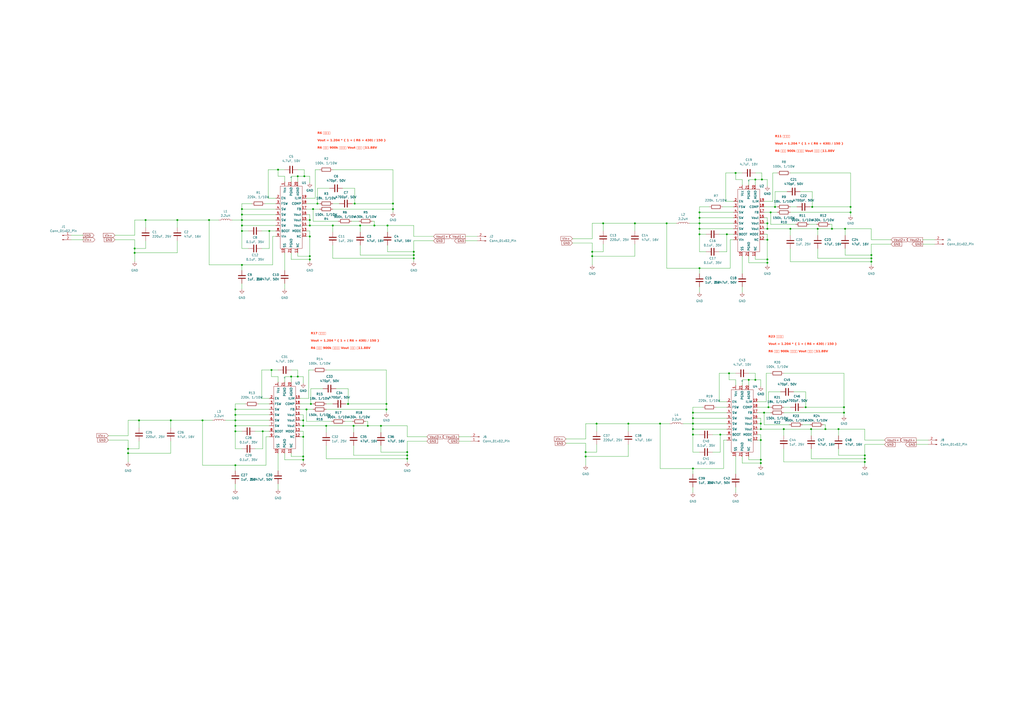
<source format=kicad_sch>
(kicad_sch (version 20230121) (generator eeschema)
  (paper "A2")
  (lib_symbols
    (symbol "Connector:Conn_01x02_Pin" (pin_names (offset 1.016) hide)
      (property "Reference" "J" (at 0 2.54 0))
      (property "Value" "Conn_01x02_Pin" (at 0 -5.08 0))
      (symbol "Conn_01x02_Pin_1_1"
        (pin passive line (at 5.08 0 180) (length 3.81) (name "Pin_1") (number "1"))
        (pin passive line (at 5.08 -2.54 180) (length 3.81) (name "Pin_2") (number "2"))
      )
    )
    (symbol "Device:C" (pin_numbers hide) (pin_names (offset 0.254))
      (property "Reference" "C" (at 0.635 2.54 0))
      (property "Value" "C" (at 0.635 -2.54 0))
      (symbol "C_1_1"
        (pin passive line (at 0 3.81 270) (length 2.794) (name "~") (number "1"))
        (pin passive line (at 0 -3.81 90) (length 2.794) (name "~") (number "2"))
      )
    )
    (symbol "Device:L" (pin_numbers hide) (pin_names (offset 1.016) hide)
      (property "Reference" "L" (at -1.27 0 90))
      (property "Value" "L" (at 1.905 0 90))
      (symbol "L_1_1"
        (pin passive line (at 0 3.81 270) (length 1.27) (name "1") (number "1"))
        (pin passive line (at 0 -3.81 90) (length 1.27) (name "2") (number "2"))
      )
    )
    (symbol "Device:R" (pin_numbers hide) (pin_names (offset 0))
      (property "Reference" "R" (at 2.032 0 90))
      (property "Value" "R" (at 0 0 90))
      (symbol "R_1_1"
        (pin passive line (at 0 3.81 270) (length 1.27) (name "~") (number "1"))
        (pin passive line (at 0 -3.81 90) (length 1.27) (name "~") (number "2"))
      )
    )
    (symbol "power:GND" (power) (pin_names (offset 0))
      (property "Value" "GND" (at 0 -3.81 0))
      (symbol "GND_1_1"
        (pin power_in line (at 0 0 270) (length 0) hide (name "GND") (number "1"))
      )
    )
    (symbol "sunpare2023:tps61088"
      (property "Reference" "U" (at 0 2.54 0))
      (symbol "tps61088_1_1"
        (pin passive line (at -3.81 -2.54 270) (length 2.54) (name "Vcc") (number "1"))
        (pin passive line (at -3.81 -43.815 90) (length 2.54) (name "SS") (number "10"))
        (pin passive line (at 3.81 -43.815 90) (length 2.54) (name "NC") (number "11"))
        (pin passive line (at 8.89 -34.29 180) (length 2.54) (name "NC") (number "12"))
        (pin passive line (at 8.89 -31.115 180) (length 2.54) (name "MODE") (number "13"))
        (pin passive line (at 8.89 -27.94 180) (length 2.54) (name "Vout") (number "14"))
        (pin passive line (at 8.89 -24.765 180) (length 2.54) (name "Vout") (number "15"))
        (pin passive line (at 8.89 -21.59 180) (length 2.54) (name "Vout") (number "16"))
        (pin passive line (at 8.89 -18.415 180) (length 2.54) (name "FB") (number "17"))
        (pin passive line (at 8.89 -15.24 180) (length 2.54) (name "COMP") (number "18"))
        (pin passive line (at 8.89 -12.065 180) (length 2.54) (name "ILIM") (number "19"))
        (pin passive line (at -8.89 -12.065 0) (length 2.54) (name "EN") (number "2"))
        (pin passive line (at 3.81 -2.54 270) (length 2.54) (name "AGND") (number "20"))
        (pin passive line (at 0 -43.815 90) (length 2.54) (name "PGND") (number "21"))
        (pin passive line (at 0 -2.54 270) (length 2.54) (name "PGND") (number "21"))
        (pin passive line (at -8.89 -15.24 0) (length 2.54) (name "FSW") (number "3"))
        (pin passive line (at -8.89 -18.415 0) (length 2.54) (name "SW") (number "4"))
        (pin passive line (at -8.89 -21.59 0) (length 2.54) (name "SW") (number "5"))
        (pin passive line (at -8.89 -24.765 0) (length 2.54) (name "SW") (number "6"))
        (pin passive line (at -8.89 -27.94 0) (length 2.54) (name "SW") (number "7"))
        (pin passive line (at -8.89 -31.115 0) (length 2.54) (name "BOOT") (number "8"))
        (pin passive line (at -8.89 -34.29 0) (length 2.54) (name "Vin") (number "9"))
      )
    )
  )
  (junction (at 441.325 255.27))
  (junction (at 236.22 264.16))
  (junction (at 220.98 247.015))
  (junction (at 349.885 129.54))
  (junction (at 136.525 243.84))
  (junction (at 364.49 245.745))
  (junction (at 172.72 218.44))
  (junction (at 136.525 237.49))
  (junction (at 478.79 248.92))
  (junction (at 470.535 248.92))
  (junction (at 482.6 132.715))
  (junction (at 441.325 245.745))
  (junction (at 175.895 243.84))
  (junction (at 140.335 133.985))
  (junction (at 505.46 149.86))
  (junction (at 240.03 146.05))
  (junction (at 208.915 130.81))
  (junction (at 175.895 266.7))
  (junction (at 136.525 269.875))
  (junction (at 236.22 266.065))
  (junction (at 441.325 266.7))
  (junction (at 490.22 132.715))
  (junction (at 405.765 135.89))
  (junction (at 445.135 152.4))
  (junction (at 438.15 104.14))
  (junction (at 493.395 120.015))
  (junction (at 401.955 248.92))
  (junction (at 343.535 146.05))
  (junction (at 401.955 242.57))
  (junction (at 179.705 127.635))
  (junction (at 471.17 120.015))
  (junction (at 447.04 123.19))
  (junction (at 140.335 124.46))
  (junction (at 156.21 133.985))
  (junction (at 505.46 151.765))
  (junction (at 486.41 248.92))
  (junction (at 489.585 239.395))
  (junction (at 224.155 234.315))
  (junction (at 136.525 247.015))
  (junction (at 152.4 250.19))
  (junction (at 493.395 123.19))
  (junction (at 140.335 127.635))
  (junction (at 443.23 239.395))
  (junction (at 501.65 264.16))
  (junction (at 426.72 100.33))
  (junction (at 179.705 130.81))
  (junction (at 121.285 127.635))
  (junction (at 136.525 250.19))
  (junction (at 441.96 104.14))
  (junction (at 449.58 120.015))
  (junction (at 179.705 148.59))
  (junction (at 445.77 236.22))
  (junction (at 227.965 121.285))
  (junction (at 84.455 127.635))
  (junction (at 417.83 252.095))
  (junction (at 78.105 144.145))
  (junction (at 177.8 237.49))
  (junction (at 240.03 149.86))
  (junction (at 339.725 264.795))
  (junction (at 421.64 135.89))
  (junction (at 438.15 220.345))
  (junction (at 205.105 247.015))
  (junction (at 99.06 243.84))
  (junction (at 224.155 237.49))
  (junction (at 441.325 268.605))
  (junction (at 505.46 147.955))
  (junction (at 386.715 129.54))
  (junction (at 445.135 132.715))
  (junction (at 201.93 234.315))
  (junction (at 136.525 240.665))
  (junction (at 224.79 130.81))
  (junction (at 172.72 102.235))
  (junction (at 343.535 148.59))
  (junction (at 458.47 132.715))
  (junction (at 179.705 150.495))
  (junction (at 422.91 216.535))
  (junction (at 405.765 132.715))
  (junction (at 157.48 214.63))
  (junction (at 140.335 153.67))
  (junction (at 489.585 236.22))
  (junction (at 454.66 248.92))
  (junction (at 501.65 267.97))
  (junction (at 78.105 146.685))
  (junction (at 227.965 118.11))
  (junction (at 184.15 118.11))
  (junction (at 217.17 130.81))
  (junction (at 467.36 236.22))
  (junction (at 117.475 243.84))
  (junction (at 74.295 260.35))
  (junction (at 382.905 245.745))
  (junction (at 401.955 245.745))
  (junction (at 140.335 130.81))
  (junction (at 401.955 252.095))
  (junction (at 501.65 266.065))
  (junction (at 140.335 121.285))
  (junction (at 74.295 262.89))
  (junction (at 189.23 247.015))
  (junction (at 441.325 248.92))
  (junction (at 193.04 130.81))
  (junction (at 80.645 243.84))
  (junction (at 445.135 139.065))
  (junction (at 213.36 247.015))
  (junction (at 405.765 123.19))
  (junction (at 474.345 132.715))
  (junction (at 161.29 98.425))
  (junction (at 445.135 150.495))
  (junction (at 168.91 218.44))
  (junction (at 401.955 271.78))
  (junction (at 175.895 247.015))
  (junction (at 175.895 264.795))
  (junction (at 181.61 121.285))
  (junction (at 102.87 127.635))
  (junction (at 240.03 147.955))
  (junction (at 236.22 262.255))
  (junction (at 445.135 129.54))
  (junction (at 401.955 239.395))
  (junction (at 175.895 253.365))
  (junction (at 179.705 137.16))
  (junction (at 205.74 118.11))
  (junction (at 339.725 262.255))
  (junction (at 405.765 126.365))
  (junction (at 176.53 102.235))
  (junction (at 368.3 129.54))
  (junction (at 405.765 129.54))
  (junction (at 180.34 234.315))
  (junction (at 346.075 245.745))
  (junction (at 405.765 155.575))
  (junction (at 434.34 220.345))
  (wire (pts (xy 443.23 120.015) (xy 449.58 120.015)))
  (wire (pts (xy 99.06 243.84) (xy 99.06 248.285)))
  (wire (pts (xy 168.91 218.44) (xy 168.91 221.615)))
  (wire (pts (xy 417.83 252.095) (xy 421.64 252.095)))
  (wire (pts (xy 177.8 237.49) (xy 181.61 237.49)))
  (wire (pts (xy 136.525 250.19) (xy 136.525 260.35)))
  (wire (pts (xy 421.64 135.89) (xy 425.45 135.89)))
  (wire (pts (xy 200.025 244.475) (xy 204.47 244.475)))
  (wire (pts (xy 136.525 260.35) (xy 140.335 260.35)))
  (wire (pts (xy 411.48 120.015) (xy 405.765 120.015)))
  (wire (pts (xy 456.565 111.125) (xy 449.58 111.125)))
  (wire (pts (xy 175.895 222.25) (xy 175.895 218.44)))
  (wire (pts (xy 142.24 234.315) (xy 136.525 234.315)))
  (wire (pts (xy 364.49 245.745) (xy 382.905 245.745)))
  (wire (pts (xy 227.965 118.11) (xy 227.965 121.285)))
  (wire (pts (xy 438.15 100.33) (xy 441.96 100.33)))
  (wire (pts (xy 99.06 243.84) (xy 117.475 243.84)))
  (wire (pts (xy 181.61 121.285) (xy 181.61 128.27)))
  (wire (pts (xy 401.955 242.57) (xy 421.64 242.57)))
  (wire (pts (xy 136.525 269.875) (xy 136.525 273.05)))
  (wire (pts (xy 430.53 223.52) (xy 430.53 220.345)))
  (wire (pts (xy 425.45 129.54) (xy 405.765 129.54)))
  (wire (pts (xy 121.285 127.635) (xy 127 127.635)))
  (wire (pts (xy 236.22 262.255) (xy 236.22 264.16)))
  (wire (pts (xy 422.91 216.535) (xy 426.72 216.535)))
  (wire (pts (xy 443.23 239.395) (xy 443.23 246.38)))
  (wire (pts (xy 215.9 128.27) (xy 217.17 128.27)))
  (wire (pts (xy 136.525 237.49) (xy 156.21 237.49)))
  (wire (pts (xy 343.535 129.54) (xy 349.885 129.54)))
  (wire (pts (xy 140.335 124.46) (xy 160.02 124.46)))
  (wire (pts (xy 413.385 262.255) (xy 417.83 262.255)))
  (wire (pts (xy 177.8 137.16) (xy 179.705 137.16)))
  (wire (pts (xy 140.335 133.985) (xy 140.335 144.145)))
  (wire (pts (xy 474.345 132.715) (xy 482.6 132.715)))
  (wire (pts (xy 486.41 264.16) (xy 501.65 264.16)))
  (wire (pts (xy 161.29 218.44) (xy 157.48 218.44)))
  (wire (pts (xy 236.22 266.065) (xy 236.22 267.97)))
  (wire (pts (xy 434.34 104.14) (xy 438.15 104.14)))
  (wire (pts (xy 339.725 254.635) (xy 339.725 245.745)))
  (wire (pts (xy 217.17 128.27) (xy 217.17 130.81)))
  (wire (pts (xy 136.525 234.315) (xy 136.525 237.49)))
  (wire (pts (xy 486.41 264.16) (xy 486.41 260.35)))
  (wire (pts (xy 205.74 118.11) (xy 227.965 118.11)))
  (wire (pts (xy 430.53 104.14) (xy 430.53 107.315)))
  (wire (pts (xy 438.15 216.535) (xy 438.15 220.345)))
  (wire (pts (xy 220.98 247.015) (xy 213.36 247.015)))
  (wire (pts (xy 182.88 114.935) (xy 177.8 114.935)))
  (wire (pts (xy 177.8 118.11) (xy 184.15 118.11)))
  (wire (pts (xy 425.45 139.065) (xy 423.545 139.065)))
  (wire (pts (xy 161.29 98.425) (xy 165.1 98.425)))
  (wire (pts (xy 505.46 139.065) (xy 505.46 132.715)))
  (wire (pts (xy 464.185 111.125) (xy 471.17 111.125)))
  (wire (pts (xy 445.135 107.95) (xy 445.135 104.14)))
  (wire (pts (xy 441.325 252.095) (xy 441.325 255.27)))
  (wire (pts (xy 382.905 245.745) (xy 382.905 271.78)))
  (wire (pts (xy 78.105 136.525) (xy 78.105 127.635)))
  (wire (pts (xy 401.955 271.78) (xy 419.735 271.78)))
  (wire (pts (xy 240.03 130.81) (xy 224.79 130.81)))
  (wire (pts (xy 240.03 139.7) (xy 251.46 139.7)))
  (wire (pts (xy 470.535 248.92) (xy 478.79 248.92)))
  (wire (pts (xy 477.52 246.38) (xy 478.79 246.38)))
  (wire (pts (xy 401.955 239.395) (xy 401.955 242.57)))
  (wire (pts (xy 482.6 130.175) (xy 482.6 132.715)))
  (wire (pts (xy 168.91 146.685) (xy 168.91 150.495)))
  (wire (pts (xy 220.98 262.255) (xy 236.22 262.255)))
  (wire (pts (xy 78.105 144.145) (xy 84.455 144.145)))
  (wire (pts (xy 136.525 250.19) (xy 140.335 250.19)))
  (wire (pts (xy 405.765 132.715) (xy 405.765 135.89)))
  (wire (pts (xy 140.335 153.67) (xy 158.115 153.67)))
  (wire (pts (xy 454.66 260.35) (xy 454.66 267.97)))
  (wire (pts (xy 240.03 147.955) (xy 240.03 149.86)))
  (wire (pts (xy 80.645 255.905) (xy 80.645 260.35)))
  (wire (pts (xy 179.705 127.635) (xy 179.705 130.81)))
  (wire (pts (xy 136.525 269.875) (xy 117.475 269.875)))
  (wire (pts (xy 438.15 150.495) (xy 445.135 150.495)))
  (wire (pts (xy 501.65 264.16) (xy 501.65 266.065)))
  (wire (pts (xy 438.15 148.59) (xy 438.15 150.495)))
  (wire (pts (xy 165.1 102.235) (xy 161.29 102.235)))
  (wire (pts (xy 368.3 141.605) (xy 368.3 148.59)))
  (wire (pts (xy 489.585 236.22) (xy 489.585 239.395)))
  (wire (pts (xy 332.105 140.97) (xy 343.535 140.97)))
  (wire (pts (xy 140.335 153.67) (xy 140.335 156.845)))
  (wire (pts (xy 421.64 135.89) (xy 421.64 146.05)))
  (wire (pts (xy 176.53 98.425) (xy 176.53 102.235)))
  (wire (pts (xy 152.4 250.19) (xy 152.4 260.35)))
  (wire (pts (xy 165.1 221.615) (xy 165.1 218.44)))
  (wire (pts (xy 349.885 141.605) (xy 349.885 146.05)))
  (wire (pts (xy 364.49 245.745) (xy 364.49 250.19)))
  (wire (pts (xy 78.105 146.685) (xy 78.105 151.765)))
  (wire (pts (xy 154.305 253.365) (xy 154.305 269.875)))
  (wire (pts (xy 454.66 248.92) (xy 470.535 248.92)))
  (wire (pts (xy 445.135 135.89) (xy 445.135 139.065)))
  (wire (pts (xy 501.65 257.81) (xy 513.08 257.81)))
  (wire (pts (xy 469.265 130.175) (xy 473.71 130.175)))
  (wire (pts (xy 368.3 129.54) (xy 386.715 129.54)))
  (wire (pts (xy 445.77 227.33) (xy 445.77 236.22)))
  (wire (pts (xy 505.46 149.86) (xy 505.46 151.765)))
  (wire (pts (xy 458.47 100.33) (xy 493.395 100.33)))
  (wire (pts (xy 179.07 231.14) (xy 173.99 231.14)))
  (wire (pts (xy 179.705 148.59) (xy 179.705 150.495)))
  (wire (pts (xy 165.1 262.89) (xy 165.1 266.7)))
  (wire (pts (xy 490.22 132.715) (xy 482.6 132.715)))
  (wire (pts (xy 66.675 139.065) (xy 78.105 139.065)))
  (wire (pts (xy 490.22 147.955) (xy 490.22 144.145)))
  (wire (pts (xy 470.535 248.92) (xy 470.535 252.73)))
  (wire (pts (xy 177.8 127.635) (xy 179.705 127.635)))
  (wire (pts (xy 471.17 111.125) (xy 471.17 120.015)))
  (wire (pts (xy 454.66 216.535) (xy 489.585 216.535)))
  (wire (pts (xy 458.47 132.715) (xy 458.47 136.525)))
  (wire (pts (xy 405.765 155.575) (xy 386.715 155.575)))
  (wire (pts (xy 193.04 121.285) (xy 227.965 121.285)))
  (wire (pts (xy 180.34 234.315) (xy 181.61 234.315)))
  (wire (pts (xy 179.705 124.46) (xy 179.705 127.635)))
  (wire (pts (xy 205.105 247.015) (xy 213.36 247.015)))
  (wire (pts (xy 193.04 130.81) (xy 208.915 130.81)))
  (wire (pts (xy 467.36 227.33) (xy 467.36 236.22)))
  (wire (pts (xy 173.99 253.365) (xy 175.895 253.365)))
  (wire (pts (xy 441.325 224.155) (xy 441.325 220.345)))
  (wire (pts (xy 423.545 139.065) (xy 423.545 155.575)))
  (wire (pts (xy 140.335 121.285) (xy 160.02 121.285)))
  (wire (pts (xy 425.45 116.84) (xy 421.005 116.84)))
  (wire (pts (xy 439.42 248.92) (xy 441.325 248.92)))
  (wire (pts (xy 421.64 245.745) (xy 401.955 245.745)))
  (wire (pts (xy 364.49 264.795) (xy 339.725 264.795)))
  (wire (pts (xy 74.295 262.89) (xy 74.295 267.97)))
  (wire (pts (xy 240.03 149.86) (xy 240.03 151.765)))
  (wire (pts (xy 153.67 118.11) (xy 160.02 118.11)))
  (wire (pts (xy 205.105 264.16) (xy 236.22 264.16)))
  (wire (pts (xy 458.47 144.145) (xy 458.47 151.765)))
  (wire (pts (xy 74.295 252.73) (xy 74.295 243.84)))
  (wire (pts (xy 165.1 164.465) (xy 165.1 167.64)))
  (wire (pts (xy 227.965 121.285) (xy 227.965 123.19)))
  (wire (pts (xy 102.87 127.635) (xy 102.87 132.08)))
  (wire (pts (xy 445.135 152.4) (xy 445.135 153.67)))
  (wire (pts (xy 430.53 268.605) (xy 441.325 268.605)))
  (wire (pts (xy 469.9 120.015) (xy 471.17 120.015)))
  (wire (pts (xy 386.715 129.54) (xy 392.43 129.54)))
  (wire (pts (xy 182.88 98.425) (xy 185.42 98.425)))
  (wire (pts (xy 401.955 262.255) (xy 405.765 262.255)))
  (wire (pts (xy 349.885 129.54) (xy 349.885 133.985)))
  (wire (pts (xy 460.375 227.33) (xy 467.36 227.33)))
  (wire (pts (xy 405.765 126.365) (xy 405.765 129.54)))
  (wire (pts (xy 447.04 123.19) (xy 447.04 130.175)))
  (wire (pts (xy 538.48 257.81) (xy 531.495 257.81)))
  (wire (pts (xy 343.535 148.59) (xy 343.535 153.67)))
  (wire (pts (xy 444.5 216.535) (xy 444.5 233.045)))
  (wire (pts (xy 417.195 216.535) (xy 422.91 216.535)))
  (wire (pts (xy 102.87 146.685) (xy 78.105 146.685)))
  (wire (pts (xy 458.47 123.19) (xy 493.395 123.19)))
  (wire (pts (xy 224.79 146.05) (xy 224.79 142.24)))
  (wire (pts (xy 339.725 264.795) (xy 339.725 269.875)))
  (wire (pts (xy 205.105 247.015) (xy 205.105 250.825)))
  (wire (pts (xy 501.65 257.81) (xy 501.65 264.16)))
  (wire (pts (xy 328.295 257.175) (xy 339.725 257.175)))
  (wire (pts (xy 405.765 129.54) (xy 405.765 132.715)))
  (wire (pts (xy 80.645 243.84) (xy 99.06 243.84)))
  (wire (pts (xy 443.23 246.38) (xy 457.835 246.38)))
  (wire (pts (xy 417.83 252.095) (xy 417.83 262.255)))
  (wire (pts (xy 454.66 267.97) (xy 501.65 267.97)))
  (wire (pts (xy 140.335 144.145) (xy 144.145 144.145)))
  (wire (pts (xy 140.335 124.46) (xy 140.335 127.635)))
  (wire (pts (xy 224.155 214.63) (xy 224.155 234.315)))
  (wire (pts (xy 490.22 147.955) (xy 505.46 147.955)))
  (wire (pts (xy 396.24 245.745) (xy 401.955 245.745)))
  (wire (pts (xy 173.99 250.19) (xy 175.895 250.19)))
  (wire (pts (xy 140.335 153.67) (xy 121.285 153.67)))
  (wire (pts (xy 182.88 98.425) (xy 182.88 114.935)))
  (wire (pts (xy 157.48 214.63) (xy 157.48 218.44)))
  (wire (pts (xy 339.725 245.745) (xy 346.075 245.745)))
  (wire (pts (xy 177.8 124.46) (xy 179.705 124.46)))
  (wire (pts (xy 157.48 214.63) (xy 161.29 214.63)))
  (wire (pts (xy 165.1 218.44) (xy 168.91 218.44)))
  (wire (pts (xy 430.53 104.14) (xy 426.72 104.14)))
  (wire (pts (xy 173.99 247.015) (xy 175.895 247.015)))
  (wire (pts (xy 147.955 260.35) (xy 152.4 260.35)))
  (wire (pts (xy 401.955 245.745) (xy 401.955 248.92)))
  (wire (pts (xy 438.15 220.345) (xy 434.34 220.345)))
  (wire (pts (xy 421.64 233.045) (xy 417.195 233.045)))
  (wire (pts (xy 413.385 252.095) (xy 417.83 252.095)))
  (wire (pts (xy 445.77 236.22) (xy 447.04 236.22)))
  (wire (pts (xy 172.72 214.63) (xy 172.72 218.44)))
  (wire (pts (xy 172.72 146.685) (xy 172.72 148.59)))
  (wire (pts (xy 346.075 257.81) (xy 346.075 262.255)))
  (wire (pts (xy 382.905 245.745) (xy 388.62 245.745)))
  (wire (pts (xy 99.06 255.905) (xy 99.06 262.89)))
  (wire (pts (xy 155.575 114.935) (xy 155.575 98.425)))
  (wire (pts (xy 200.66 234.315) (xy 201.93 234.315)))
  (wire (pts (xy 181.61 121.285) (xy 185.42 121.285)))
  (wire (pts (xy 177.8 133.985) (xy 179.705 133.985)))
  (wire (pts (xy 117.475 243.84) (xy 123.19 243.84)))
  (wire (pts (xy 78.105 139.065) (xy 78.105 144.145)))
  (wire (pts (xy 184.15 109.22) (xy 184.15 118.11)))
  (wire (pts (xy 165.1 266.7) (xy 175.895 266.7)))
  (wire (pts (xy 434.34 264.795) (xy 434.34 266.7)))
  (wire (pts (xy 41.275 139.065) (xy 48.26 139.065)))
  (wire (pts (xy 74.295 243.84) (xy 80.645 243.84)))
  (wire (pts (xy 401.955 271.78) (xy 401.955 274.955)))
  (wire (pts (xy 220.98 250.825) (xy 220.98 247.015)))
  (wire (pts (xy 441.96 100.33) (xy 441.96 104.14)))
  (wire (pts (xy 151.765 231.14) (xy 151.765 214.63)))
  (wire (pts (xy 156.21 243.84) (xy 136.525 243.84)))
  (wire (pts (xy 151.765 214.63) (xy 157.48 214.63)))
  (wire (pts (xy 173.99 240.665) (xy 175.895 240.665)))
  (wire (pts (xy 78.105 127.635) (xy 84.455 127.635)))
  (wire (pts (xy 175.895 218.44) (xy 172.72 218.44)))
  (wire (pts (xy 434.34 148.59) (xy 434.34 152.4)))
  (wire (pts (xy 189.23 237.49) (xy 224.155 237.49)))
  (wire (pts (xy 179.705 137.16) (xy 179.705 148.59)))
  (wire (pts (xy 151.765 144.145) (xy 156.21 144.145)))
  (wire (pts (xy 172.72 102.235) (xy 172.72 105.41)))
  (wire (pts (xy 349.885 129.54) (xy 368.3 129.54)))
  (wire (pts (xy 401.955 282.575) (xy 401.955 285.75)))
  (wire (pts (xy 501.65 248.92) (xy 486.41 248.92)))
  (wire (pts (xy 117.475 243.84) (xy 117.475 269.875)))
  (wire (pts (xy 505.46 141.605) (xy 516.89 141.605)))
  (wire (pts (xy 193.04 98.425) (xy 227.965 98.425)))
  (wire (pts (xy 426.72 100.33) (xy 426.72 104.14)))
  (wire (pts (xy 458.47 120.015) (xy 462.28 120.015)))
  (wire (pts (xy 193.04 130.81) (xy 193.04 134.62)))
  (wire (pts (xy 276.86 137.16) (xy 269.875 137.16)))
  (wire (pts (xy 168.91 262.89) (xy 168.91 264.795)))
  (wire (pts (xy 443.23 132.715) (xy 445.135 132.715)))
  (wire (pts (xy 430.53 148.59) (xy 430.53 158.75)))
  (wire (pts (xy 173.99 237.49) (xy 177.8 237.49)))
  (wire (pts (xy 441.325 268.605) (xy 441.325 269.875)))
  (wire (pts (xy 421.005 116.84) (xy 421.005 100.33)))
  (wire (pts (xy 489.585 216.535) (xy 489.585 236.22)))
  (wire (pts (xy 236.22 247.015) (xy 220.98 247.015)))
  (wire (pts (xy 160.02 114.935) (xy 155.575 114.935)))
  (wire (pts (xy 189.23 258.445) (xy 189.23 266.065)))
  (wire (pts (xy 405.765 155.575) (xy 405.765 158.75)))
  (wire (pts (xy 441.325 248.92) (xy 454.66 248.92)))
  (wire (pts (xy 140.335 164.465) (xy 140.335 167.64)))
  (wire (pts (xy 486.41 252.73) (xy 486.41 248.92)))
  (wire (pts (xy 213.36 244.475) (xy 213.36 247.015)))
  (wire (pts (xy 177.8 121.285) (xy 181.61 121.285)))
  (wire (pts (xy 136.525 243.84) (xy 136.525 247.015)))
  (wire (pts (xy 493.395 120.015) (xy 493.395 123.19)))
  (wire (pts (xy 204.47 118.11) (xy 205.74 118.11)))
  (wire (pts (xy 160.02 137.16) (xy 158.115 137.16)))
  (wire (pts (xy 194.945 225.425) (xy 201.93 225.425)))
  (wire (pts (xy 415.29 236.22) (xy 421.64 236.22)))
  (wire (pts (xy 343.535 138.43) (xy 343.535 129.54)))
  (wire (pts (xy 444.5 216.535) (xy 447.04 216.535)))
  (wire (pts (xy 134.62 127.635) (xy 140.335 127.635)))
  (wire (pts (xy 121.285 127.635) (xy 121.285 153.67)))
  (wire (pts (xy 501.65 267.97) (xy 501.65 269.875)))
  (wire (pts (xy 201.93 234.315) (xy 224.155 234.315)))
  (wire (pts (xy 438.15 104.14) (xy 438.15 107.315)))
  (wire (pts (xy 175.895 247.015) (xy 189.23 247.015)))
  (wire (pts (xy 493.395 123.19) (xy 493.395 125.095)))
  (wire (pts (xy 501.65 255.27) (xy 513.08 255.27)))
  (wire (pts (xy 434.34 220.345) (xy 434.34 223.52)))
  (wire (pts (xy 343.535 146.05) (xy 349.885 146.05)))
  (wire (pts (xy 240.03 139.7) (xy 240.03 146.05)))
  (wire (pts (xy 405.765 155.575) (xy 423.545 155.575)))
  (wire (pts (xy 405.765 135.89) (xy 409.575 135.89)))
  (wire (pts (xy 471.17 120.015) (xy 493.395 120.015)))
  (wire (pts (xy 147.955 250.19) (xy 152.4 250.19)))
  (wire (pts (xy 156.21 133.985) (xy 156.21 144.145)))
  (wire (pts (xy 208.915 142.24) (xy 208.915 147.955)))
  (wire (pts (xy 175.895 266.7) (xy 175.895 267.97)))
  (wire (pts (xy 177.8 244.475) (xy 192.405 244.475)))
  (wire (pts (xy 189.23 247.015) (xy 189.23 250.825)))
  (wire (pts (xy 172.72 98.425) (xy 176.53 98.425)))
  (wire (pts (xy 191.135 109.22) (xy 184.15 109.22)))
  (wire (pts (xy 189.23 234.315) (xy 193.04 234.315)))
  (wire (pts (xy 168.91 150.495) (xy 179.705 150.495)))
  (wire (pts (xy 41.275 136.525) (xy 48.26 136.525)))
  (wire (pts (xy 175.895 264.795) (xy 175.895 266.7)))
  (wire (pts (xy 273.05 255.905) (xy 266.065 255.905)))
  (wire (pts (xy 236.22 255.905) (xy 236.22 262.255)))
  (wire (pts (xy 212.09 244.475) (xy 213.36 244.475)))
  (wire (pts (xy 401.955 271.78) (xy 382.905 271.78)))
  (wire (pts (xy 426.72 264.795) (xy 426.72 274.955)))
  (wire (pts (xy 445.135 132.715) (xy 458.47 132.715)))
  (wire (pts (xy 439.42 242.57) (xy 441.325 242.57)))
  (wire (pts (xy 136.525 240.665) (xy 136.525 243.84)))
  (wire (pts (xy 489.585 239.395) (xy 489.585 241.3)))
  (wire (pts (xy 161.29 280.67) (xy 161.29 283.845)))
  (wire (pts (xy 401.955 236.22) (xy 401.955 239.395)))
  (wire (pts (xy 136.525 269.875) (xy 154.305 269.875)))
  (wire (pts (xy 439.42 245.745) (xy 441.325 245.745)))
  (wire (pts (xy 332.105 138.43) (xy 343.535 138.43)))
  (wire (pts (xy 422.91 216.535) (xy 422.91 220.345)))
  (wire (pts (xy 405.765 126.365) (xy 425.45 126.365)))
  (wire (pts (xy 505.46 147.955) (xy 505.46 149.86)))
  (wire (pts (xy 140.335 130.81) (xy 140.335 133.985)))
  (wire (pts (xy 193.04 142.24) (xy 193.04 149.86)))
  (wire (pts (xy 465.455 246.38) (xy 469.9 246.38)))
  (wire (pts (xy 470.535 266.065) (xy 501.65 266.065)))
  (wire (pts (xy 240.03 146.05) (xy 240.03 147.955)))
  (wire (pts (xy 130.81 243.84) (xy 136.525 243.84)))
  (wire (pts (xy 441.325 266.7) (xy 441.325 268.605)))
  (wire (pts (xy 189.23 247.015) (xy 205.105 247.015)))
  (wire (pts (xy 343.535 140.97) (xy 343.535 146.05)))
  (wire (pts (xy 78.105 144.145) (xy 78.105 146.685)))
  (wire (pts (xy 467.36 236.22) (xy 489.585 236.22)))
  (wire (pts (xy 444.5 233.045) (xy 439.42 233.045)))
  (wire (pts (xy 208.915 147.955) (xy 240.03 147.955)))
  (wire (pts (xy 136.525 247.015) (xy 136.525 250.19)))
  (wire (pts (xy 201.93 225.425) (xy 201.93 234.315)))
  (wire (pts (xy 156.21 133.985) (xy 160.02 133.985)))
  (wire (pts (xy 208.915 130.81) (xy 208.915 134.62)))
  (wire (pts (xy 175.895 250.19) (xy 175.895 253.365)))
  (wire (pts (xy 368.3 148.59) (xy 343.535 148.59)))
  (wire (pts (xy 224.79 134.62) (xy 224.79 130.81)))
  (wire (pts (xy 443.23 129.54) (xy 445.135 129.54)))
  (wire (pts (xy 449.58 111.125) (xy 449.58 120.015)))
  (wire (pts (xy 434.34 266.7) (xy 441.325 266.7)))
  (wire (pts (xy 240.03 137.16) (xy 251.46 137.16)))
  (wire (pts (xy 161.29 262.89) (xy 161.29 273.05)))
  (wire (pts (xy 346.075 245.745) (xy 346.075 250.19)))
  (wire (pts (xy 152.4 250.19) (xy 156.21 250.19)))
  (wire (pts (xy 538.48 255.27) (xy 531.495 255.27)))
  (wire (pts (xy 405.765 146.05) (xy 409.575 146.05)))
  (wire (pts (xy 458.47 132.715) (xy 474.345 132.715)))
  (wire (pts (xy 189.23 214.63) (xy 224.155 214.63)))
  (wire (pts (xy 454.66 239.395) (xy 489.585 239.395)))
  (wire (pts (xy 443.23 123.19) (xy 447.04 123.19)))
  (wire (pts (xy 193.04 118.11) (xy 196.85 118.11)))
  (wire (pts (xy 149.86 234.315) (xy 156.21 234.315)))
  (wire (pts (xy 172.72 148.59) (xy 179.705 148.59)))
  (wire (pts (xy 205.74 109.22) (xy 205.74 118.11)))
  (wire (pts (xy 426.72 100.33) (xy 430.53 100.33)))
  (wire (pts (xy 426.72 282.575) (xy 426.72 285.75)))
  (wire (pts (xy 173.99 234.315) (xy 180.34 234.315)))
  (wire (pts (xy 240.03 137.16) (xy 240.03 130.81)))
  (wire (pts (xy 179.705 150.495) (xy 179.705 151.765)))
  (wire (pts (xy 80.645 243.84) (xy 80.645 248.285)))
  (wire (pts (xy 542.29 139.065) (xy 535.305 139.065)))
  (wire (pts (xy 140.335 121.285) (xy 140.335 124.46)))
  (wire (pts (xy 175.895 240.665) (xy 175.895 243.84)))
  (wire (pts (xy 445.135 104.14) (xy 441.96 104.14)))
  (wire (pts (xy 441.325 220.345) (xy 438.15 220.345)))
  (wire (pts (xy 364.49 257.81) (xy 364.49 264.795)))
  (wire (pts (xy 84.455 139.7) (xy 84.455 144.145)))
  (wire (pts (xy 179.705 106.045) (xy 179.705 102.235)))
  (wire (pts (xy 449.58 120.015) (xy 450.85 120.015)))
  (wire (pts (xy 439.42 252.095) (xy 441.325 252.095)))
  (wire (pts (xy 405.765 120.015) (xy 405.765 123.19)))
  (wire (pts (xy 443.23 139.065) (xy 445.135 139.065)))
  (wire (pts (xy 236.22 253.365) (xy 247.65 253.365)))
  (wire (pts (xy 156.21 253.365) (xy 154.305 253.365)))
  (wire (pts (xy 448.31 116.84) (xy 443.23 116.84)))
  (wire (pts (xy 447.04 130.175) (xy 461.645 130.175)))
  (wire (pts (xy 193.04 149.86) (xy 240.03 149.86)))
  (wire (pts (xy 168.91 102.235) (xy 172.72 102.235)))
  (wire (pts (xy 179.07 214.63) (xy 181.61 214.63)))
  (wire (pts (xy 62.865 255.27) (xy 74.295 255.27)))
  (wire (pts (xy 493.395 100.33) (xy 493.395 120.015)))
  (wire (pts (xy 419.1 120.015) (xy 425.45 120.015)))
  (wire (pts (xy 168.91 214.63) (xy 172.72 214.63)))
  (wire (pts (xy 168.91 105.41) (xy 168.91 102.235)))
  (wire (pts (xy 165.1 146.685) (xy 165.1 156.845)))
  (wire (pts (xy 447.04 123.19) (xy 450.85 123.19)))
  (wire (pts (xy 490.22 136.525) (xy 490.22 132.715)))
  (wire (pts (xy 343.535 146.05) (xy 343.535 148.59)))
  (wire (pts (xy 102.87 127.635) (xy 121.285 127.635)))
  (wire (pts (xy 441.325 245.745) (xy 441.325 248.92)))
  (wire (pts (xy 140.335 133.985) (xy 144.145 133.985)))
  (wire (pts (xy 66.675 136.525) (xy 78.105 136.525)))
  (wire (pts (xy 474.345 144.145) (xy 474.345 149.86)))
  (wire (pts (xy 470.535 260.35) (xy 470.535 266.065)))
  (wire (pts (xy 198.755 109.22) (xy 205.74 109.22)))
  (wire (pts (xy 146.05 118.11) (xy 140.335 118.11)))
  (wire (pts (xy 430.53 264.795) (xy 430.53 268.605)))
  (wire (pts (xy 156.21 247.015) (xy 136.525 247.015)))
  (wire (pts (xy 445.135 129.54) (xy 445.135 132.715)))
  (wire (pts (xy 419.735 255.27) (xy 419.735 271.78)))
  (wire (pts (xy 74.295 255.27) (xy 74.295 260.35)))
  (wire (pts (xy 189.23 266.065) (xy 236.22 266.065)))
  (wire (pts (xy 439.42 239.395) (xy 443.23 239.395)))
  (wire (pts (xy 443.23 239.395) (xy 447.04 239.395)))
  (wire (pts (xy 505.46 151.765) (xy 505.46 153.67)))
  (wire (pts (xy 172.72 218.44) (xy 168.91 218.44)))
  (wire (pts (xy 400.05 129.54) (xy 405.765 129.54)))
  (wire (pts (xy 458.47 151.765) (xy 505.46 151.765)))
  (wire (pts (xy 445.135 126.365) (xy 445.135 129.54)))
  (wire (pts (xy 179.705 102.235) (xy 176.53 102.235)))
  (wire (pts (xy 430.53 220.345) (xy 434.34 220.345)))
  (wire (pts (xy 224.79 130.81) (xy 217.17 130.81)))
  (wire (pts (xy 102.87 139.7) (xy 102.87 146.685)))
  (wire (pts (xy 220.98 262.255) (xy 220.98 258.445)))
  (wire (pts (xy 168.91 264.795) (xy 175.895 264.795)))
  (wire (pts (xy 441.325 255.27) (xy 441.325 266.7)))
  (wire (pts (xy 421.64 255.27) (xy 419.735 255.27)))
  (wire (pts (xy 236.22 255.905) (xy 247.65 255.905)))
  (wire (pts (xy 486.41 248.92) (xy 478.79 248.92)))
  (wire (pts (xy 224.155 237.49) (xy 224.155 239.395)))
  (wire (pts (xy 505.46 132.715) (xy 490.22 132.715)))
  (wire (pts (xy 339.725 257.175) (xy 339.725 262.255)))
  (wire (pts (xy 180.34 225.425) (xy 180.34 234.315)))
  (wire (pts (xy 430.53 166.37) (xy 430.53 169.545)))
  (wire (pts (xy 179.07 214.63) (xy 179.07 231.14)))
  (wire (pts (xy 205.105 258.445) (xy 205.105 264.16)))
  (wire (pts (xy 62.865 252.73) (xy 74.295 252.73)))
  (wire (pts (xy 161.29 98.425) (xy 161.29 102.235)))
  (wire (pts (xy 136.525 240.665) (xy 156.21 240.665)))
  (wire (pts (xy 179.705 130.81) (xy 193.04 130.81)))
  (wire (pts (xy 501.65 255.27) (xy 501.65 248.92)))
  (wire (pts (xy 173.99 243.84) (xy 175.895 243.84)))
  (wire (pts (xy 136.525 280.67) (xy 136.525 283.845)))
  (wire (pts (xy 276.86 139.7) (xy 269.875 139.7)))
  (wire (pts (xy 452.755 227.33) (xy 445.77 227.33)))
  (wire (pts (xy 448.31 100.33) (xy 450.85 100.33)))
  (wire (pts (xy 405.765 135.89) (xy 405.765 146.05)))
  (wire (pts (xy 417.195 146.05) (xy 421.64 146.05)))
  (wire (pts (xy 184.15 118.11) (xy 185.42 118.11)))
  (wire (pts (xy 505.46 139.065) (xy 516.89 139.065)))
  (wire (pts (xy 176.53 102.235) (xy 172.72 102.235)))
  (wire (pts (xy 417.195 233.045) (xy 417.195 216.535)))
  (wire (pts (xy 156.21 231.14) (xy 151.765 231.14)))
  (wire (pts (xy 405.765 123.19) (xy 425.45 123.19)))
  (wire (pts (xy 187.325 225.425) (xy 180.34 225.425)))
  (wire (pts (xy 441.325 242.57) (xy 441.325 245.745)))
  (wire (pts (xy 454.66 248.92) (xy 454.66 252.73)))
  (wire (pts (xy 407.67 236.22) (xy 401.955 236.22)))
  (wire (pts (xy 227.965 98.425) (xy 227.965 118.11)))
  (wire (pts (xy 405.765 123.19) (xy 405.765 126.365)))
  (wire (pts (xy 448.31 100.33) (xy 448.31 116.84)))
  (wire (pts (xy 175.895 243.84) (xy 175.895 247.015)))
  (wire (pts (xy 443.23 126.365) (xy 445.135 126.365)))
  (wire (pts (xy 179.705 133.985) (xy 179.705 137.16)))
  (wire (pts (xy 401.955 242.57) (xy 401.955 245.745)))
  (wire (pts (xy 273.05 253.365) (xy 266.065 253.365)))
  (wire (pts (xy 443.23 135.89) (xy 445.135 135.89)))
  (wire (pts (xy 224.79 146.05) (xy 240.03 146.05)))
  (wire (pts (xy 426.72 220.345) (xy 422.91 220.345)))
  (wire (pts (xy 386.715 129.54) (xy 386.715 155.575)))
  (wire (pts (xy 445.135 139.065) (xy 445.135 150.495)))
  (wire (pts (xy 339.725 262.255) (xy 346.075 262.255)))
  (wire (pts (xy 224.155 234.315) (xy 224.155 237.49)))
  (wire (pts (xy 368.3 129.54) (xy 368.3 133.985)))
  (wire (pts (xy 481.33 130.175) (xy 482.6 130.175)))
  (wire (pts (xy 474.345 132.715) (xy 474.345 136.525)))
  (wire (pts (xy 74.295 260.35) (xy 74.295 262.89)))
  (wire (pts (xy 160.02 127.635) (xy 140.335 127.635)))
  (wire (pts (xy 439.42 255.27) (xy 441.325 255.27)))
  (wire (pts (xy 439.42 236.22) (xy 445.77 236.22)))
  (wire (pts (xy 401.955 248.92) (xy 401.955 252.095)))
  (wire (pts (xy 175.895 253.365) (xy 175.895 264.795)))
  (wire (pts (xy 478.79 246.38) (xy 478.79 248.92)))
  (wire (pts (xy 466.09 236.22) (xy 467.36 236.22)))
  (wire (pts (xy 441.96 104.14) (xy 438.15 104.14)))
  (wire (pts (xy 160.02 130.81) (xy 140.335 130.81)))
  (wire (pts (xy 401.955 239.395) (xy 421.64 239.395)))
  (wire (pts (xy 501.65 266.065) (xy 501.65 267.97)))
  (wire (pts (xy 434.34 216.535) (xy 438.15 216.535)))
  (wire (pts (xy 425.45 132.715) (xy 405.765 132.715)))
  (wire (pts (xy 136.525 237.49) (xy 136.525 240.665)))
  (wire (pts (xy 454.66 236.22) (xy 458.47 236.22)))
  (wire (pts (xy 445.135 150.495) (xy 445.135 152.4)))
  (wire (pts (xy 434.34 152.4) (xy 445.135 152.4)))
  (wire (pts (xy 328.295 254.635) (xy 339.725 254.635)))
  (wire (pts (xy 417.195 135.89) (xy 421.64 135.89)))
  (wire (pts (xy 426.72 220.345) (xy 426.72 223.52)))
  (wire (pts (xy 161.29 218.44) (xy 161.29 221.615)))
  (wire (pts (xy 151.765 133.985) (xy 156.21 133.985)))
  (wire (pts (xy 74.295 260.35) (xy 80.645 260.35)))
  (wire (pts (xy 84.455 127.635) (xy 102.87 127.635)))
  (wire (pts (xy 99.06 262.89) (xy 74.295 262.89)))
  (wire (pts (xy 84.455 127.635) (xy 84.455 132.08)))
  (wire (pts (xy 236.22 253.365) (xy 236.22 247.015)))
  (wire (pts (xy 155.575 98.425) (xy 161.29 98.425)))
  (wire (pts (xy 165.1 102.235) (xy 165.1 105.41)))
  (wire (pts (xy 181.61 128.27) (xy 196.215 128.27)))
  (wire (pts (xy 505.46 141.605) (xy 505.46 147.955)))
  (wire (pts (xy 434.34 107.315) (xy 434.34 104.14)))
  (wire (pts (xy 401.955 252.095) (xy 401.955 262.255)))
  (wire (pts (xy 140.335 118.11) (xy 140.335 121.285)))
  (wire (pts (xy 405.765 166.37) (xy 405.765 169.545)))
  (wire (pts (xy 421.64 248.92) (xy 401.955 248.92)))
  (wire (pts (xy 236.22 264.16) (xy 236.22 266.065)))
  (wire (pts (xy 140.335 127.635) (xy 140.335 130.81)))
  (wire (pts (xy 158.115 137.16) (xy 158.115 153.67)))
  (wire (pts (xy 177.8 237.49) (xy 177.8 244.475)))
  (wire (pts (xy 542.29 141.605) (xy 535.305 141.605)))
  (wire (pts (xy 474.345 149.86) (xy 505.46 149.86)))
  (wire (pts (xy 421.005 100.33) (xy 426.72 100.33)))
  (wire (pts (xy 208.915 130.81) (xy 217.17 130.81)))
  (wire (pts (xy 401.955 252.095) (xy 405.765 252.095)))
  (wire (pts (xy 339.725 262.255) (xy 339.725 264.795)))
  (wire (pts (xy 177.8 130.81) (xy 179.705 130.81)))
  (wire (pts (xy 203.835 128.27) (xy 208.28 128.27)))
  (wire (pts (xy 346.075 245.745) (xy 364.49 245.745)))
  (text "R23 について\n\nVout = 1.204 * { 1 + ( R6 + 430) / 150 }\n\nR6 の値が 900k のとき、 Vout の値は 約11.88V" (at 445.77 205.105 0) (effects (font (size 1.27 1.27) (thickness 0.254) bold) (justify left bottom)))
  (text "R17 について\n\nVout = 1.204 * { 1 + ( R6 + 430) / 150 }\n\nR6 の値が 900k のとき、 Vout の値は 約11.88V" (at 180.34 203.2 0) (effects (font (size 1.27 1.27) (thickness 0.254) bold) (justify left bottom)))
  (text "R6 について\n\nVout = 1.204 * { 1 + ( R6 + 430) / 150 }\n\nR6 の値が 900k のとき、 Vout の値は 約11.88V" (at 184.15 86.995 0) (effects (font (size 1.27 1.27) (thickness 0.254) bold) (justify left bottom)))
  (text "R11 について\n\nVout = 1.204 * { 1 + ( R6 + 430) / 150 }\n\nR6 の値が 900k のとき、 Vout の値は 約11.88V" (at 449.58 88.9 0) (effects (font (size 1.27 1.27) (thickness 0.254) bold) (justify left bottom)))
  (global_label "GND" (shape output) (at 48.26 136.525 0) (property "Intersheetrefs" "${INTERSHEET_REFS}" (effects hide)))
  (global_label "Vin+" (shape input) (at 62.865 252.73 180) (property "Intersheetrefs" "${INTERSHEET_REFS}" (effects hide)))
  (global_label "Vout2+" (shape output) (at 535.305 139.065 180) (property "Intersheetrefs" "${INTERSHEET_REFS}" (effects hide)))
  (global_label "GND" (shape input) (at 66.675 139.065 180) (property "Intersheetrefs" "${INTERSHEET_REFS}" (effects hide)))
  (global_label "Vout1+" (shape input) (at 251.46 137.16 0) (property "Intersheetrefs" "${INTERSHEET_REFS}" (effects hide)))
  (global_label "GND" (shape input) (at 332.105 140.97 180) (property "Intersheetrefs" "${INTERSHEET_REFS}" (effects hide)))
  (global_label "Vin+" (shape input) (at 66.675 136.525 180) (property "Intersheetrefs" "${INTERSHEET_REFS}" (effects hide)))
  (global_label "GND" (shape input) (at 247.65 255.905 0) (property "Intersheetrefs" "${INTERSHEET_REFS}" (effects hide)))
  (global_label "Vin+" (shape input) (at 328.295 254.635 180) (property "Intersheetrefs" "${INTERSHEET_REFS}" (effects hide)))
  (global_label "Vout4+" (shape output) (at 531.495 255.27 180) (property "Intersheetrefs" "${INTERSHEET_REFS}" (effects hide)))
  (global_label "GND" (shape input) (at 328.295 257.175 180) (property "Intersheetrefs" "${INTERSHEET_REFS}" (effects hide)))
  (global_label "Vin+" (shape output) (at 48.26 139.065 0) (property "Intersheetrefs" "${INTERSHEET_REFS}" (effects hide)))
  (global_label "GND" (shape output) (at 531.495 257.81 180) (property "Intersheetrefs" "${INTERSHEET_REFS}" (effects hide)))
  (global_label "GND" (shape input) (at 513.08 257.81 0) (property "Intersheetrefs" "${INTERSHEET_REFS}" (effects hide)))
  (global_label "GND" (shape output) (at 269.875 139.7 180) (property "Intersheetrefs" "${INTERSHEET_REFS}" (effects hide)))
  (global_label "GND" (shape input) (at 62.865 255.27 180) (property "Intersheetrefs" "${INTERSHEET_REFS}" (effects hide)))
  (global_label "GND" (shape input) (at 516.89 141.605 0) (property "Intersheetrefs" "${INTERSHEET_REFS}" (effects hide)))
  (global_label "Vout1+" (shape output) (at 269.875 137.16 180) (property "Intersheetrefs" "${INTERSHEET_REFS}" (effects hide)))
  (global_label "Vout2+" (shape input) (at 516.89 139.065 0) (property "Intersheetrefs" "${INTERSHEET_REFS}" (effects hide)))
  (global_label "Vout3+" (shape output) (at 266.065 253.365 180) (property "Intersheetrefs" "${INTERSHEET_REFS}" (effects hide)))
  (global_label "Vout3+" (shape input) (at 247.65 253.365 0) (property "Intersheetrefs" "${INTERSHEET_REFS}" (effects hide)))
  (global_label "Vin+" (shape input) (at 332.105 138.43 180) (property "Intersheetrefs" "${INTERSHEET_REFS}" (effects hide)))
  (global_label "GND" (shape input) (at 251.46 139.7 0) (property "Intersheetrefs" "${INTERSHEET_REFS}" (effects hide)))
  (global_label "Vout4+" (shape input) (at 513.08 255.27 0) (property "Intersheetrefs" "${INTERSHEET_REFS}" (effects hide)))
  (global_label "GND" (shape output) (at 535.305 141.605 180) (property "Intersheetrefs" "${INTERSHEET_REFS}" (effects hide)))
  (global_label "GND" (shape output) (at 266.065 255.905 180) (property "Intersheetrefs" "${INTERSHEET_REFS}" (effects hide)))
  (symbol (lib_id "power:GND") (at 224.155 239.395 0) (unit 1)
    (property "Reference" "#PWR020" (effects hide))
    (property "Value" "GND" (at 224.155 243.84 0))
  )
  (symbol (lib_id "Device:C") (at 189.23 254.635 0) (unit 1)
    (property "Reference" "C32" (at 192.405 253.365 0) (effects (justify left)))
    (property "Value" "1uF, 25V" (at 192.405 255.905 0) (effects (justify left)))
    (property "Footprint" "Capacitor_SMD:C_1206_3216Metric_Pad1.33x1.80mm_HandSolder" (effects hide))
  )
  (symbol (lib_id "Device:C") (at 462.28 236.22 90) (unit 1)
    (property "Reference" "C46" (at 462.28 229.87 90))
    (property "Value" "4700pF, 50V" (at 462.28 232.41 90))
    (property "Footprint" "Capacitor_SMD:C_1206_3216Metric_Pad1.33x1.80mm_HandSolder" (effects hide))
  )
  (symbol (lib_id "Device:R") (at 454.66 100.33 90) (unit 1)
    (property "Reference" "R8" (at 454.66 93.98 90))
    (property "Value" "100k, 1/10W" (at 454.66 96.52 90))
    (property "Footprint" "Resistor_SMD:R_1206_3216Metric_Pad1.30x1.75mm_HandSolder" (effects hide))
  )
  (symbol (lib_id "Device:C") (at 405.765 162.56 0) (unit 1)
    (property "Reference" "C15" (at 408.94 161.29 0) (effects (justify left)))
    (property "Value" "1uF, 25V" (at 408.94 163.83 0) (effects (justify left)))
    (property "Footprint" "Capacitor_SMD:C_1206_3216Metric_Pad1.33x1.80mm_HandSolder" (effects hide))
  )
  (symbol (lib_id "power:GND") (at 505.46 153.67 0) (unit 1)
    (property "Reference" "#PWR014" (effects hide))
    (property "Value" "GND" (at 505.46 158.75 0))
  )
  (symbol (lib_id "Device:C") (at 413.385 146.05 270) (unit 1)
    (property "Reference" "C17" (at 413.385 149.86 90))
    (property "Value" "0.1uF, 35V" (at 413.385 152.4 90))
    (property "Footprint" "Capacitor_SMD:C_1206_3216Metric_Pad1.33x1.80mm_HandSolder" (effects hide))
  )
  (symbol (lib_id "Device:R") (at 465.455 130.175 90) (unit 1)
    (property "Reference" "R11" (at 465.455 125.095 90))
    (property "Value" "900k, 1/10W" (at 465.455 127.635 90))
    (property "Footprint" "Resistor_SMD:R_1206_3216Metric_Pad1.30x1.75mm_HandSolder" (effects hide))
  )
  (symbol (lib_id "Device:R") (at 189.23 121.285 270) (unit 1)
    (property "Reference" "R4" (at 189.23 127 90))
    (property "Value" "150k, 1/10W" (at 189.23 124.46 90))
    (property "Footprint" "Resistor_SMD:R_1206_3216Metric_Pad1.30x1.75mm_HandSolder" (effects hide))
  )
  (symbol (lib_id "sunpare2023:tps61088") (at 168.91 102.87 0) (unit 1)
    (property "Reference" "U1" (at 175.0434 106.045 0) (effects (justify left)))
    (property "Value" "~" (at 168.91 102.87 0))
    (property "Footprint" "@3pare:tps61088" (effects hide))
  )
  (symbol (lib_id "Device:C") (at 490.22 140.335 0) (unit 1)
    (property "Reference" "C24" (at 494.03 139.065 0) (effects (justify left)))
    (property "Value" "47uF, 16V" (at 494.03 141.605 0) (effects (justify left)))
    (property "Footprint" "Capacitor_SMD:C_1206_3216Metric_Pad1.33x1.80mm_HandSolder" (effects hide))
  )
  (symbol (lib_id "Device:C") (at 147.955 133.985 270) (unit 1)
    (property "Reference" "C8" (at 147.955 137.795 90))
    (property "Value" "0.1uF, 35V" (at 147.955 140.335 90))
    (property "Footprint" "Capacitor_SMD:C_1206_3216Metric_Pad1.33x1.80mm_HandSolder" (effects hide))
  )
  (symbol (lib_id "Device:C") (at 84.455 135.89 0) (unit 1)
    (property "Reference" "C1" (at 88.265 134.62 0) (effects (justify left)))
    (property "Value" "220uF, 25V" (at 88.265 137.16 0) (effects (justify left)))
    (property "Footprint" "Capacitor_SMD:C_1206_3216Metric_Pad1.33x1.80mm_HandSolder" (effects hide))
  )
  (symbol (lib_id "Device:C") (at 168.91 98.425 90) (unit 1)
    (property "Reference" "C5" (at 168.91 90.805 90))
    (property "Value" "4.7uF, 10V" (at 168.91 93.345 90))
    (property "Footprint" "Capacitor_SMD:C_1206_3216Metric_Pad1.33x1.80mm_HandSolder" (effects hide))
  )
  (symbol (lib_id "Device:C") (at 456.565 227.33 90) (unit 1)
    (property "Reference" "C45" (at 456.565 220.345 90))
    (property "Value" "470pF, 50V" (at 456.565 222.885 90))
    (property "Footprint" "Capacitor_SMD:C_1206_3216Metric_Pad1.33x1.80mm_HandSolder" (effects hide))
  )
  (symbol (lib_id "Device:C") (at 401.955 278.765 0) (unit 1)
    (property "Reference" "C39" (at 405.13 277.495 0) (effects (justify left)))
    (property "Value" "1uF, 25V" (at 405.13 280.035 0) (effects (justify left)))
    (property "Footprint" "Capacitor_SMD:C_1206_3216Metric_Pad1.33x1.80mm_HandSolder" (effects hide))
  )
  (symbol (lib_id "Device:C") (at 426.72 278.765 0) (unit 1)
    (property "Reference" "C42" (at 423.545 277.495 0) (effects (justify right)))
    (property "Value" "0.047uF, 50V" (at 423.545 280.035 0) (effects (justify right)))
    (property "Footprint" "Capacitor_SMD:C_1206_3216Metric_Pad1.33x1.80mm_HandSolder" (effects hide))
  )
  (symbol (lib_id "Device:R") (at 189.23 98.425 90) (unit 1)
    (property "Reference" "R2" (at 189.23 92.075 90))
    (property "Value" "100k, 1/10W" (at 189.23 94.615 90))
    (property "Footprint" "Resistor_SMD:R_1206_3216Metric_Pad1.30x1.75mm_HandSolder" (effects hide))
  )
  (symbol (lib_id "Device:C") (at 165.1 160.655 0) (unit 1)
    (property "Reference" "C10" (at 161.925 159.385 0) (effects (justify right)))
    (property "Value" "0.047uF, 50V" (at 161.925 161.925 0) (effects (justify right)))
    (property "Footprint" "Capacitor_SMD:C_1206_3216Metric_Pad1.33x1.80mm_HandSolder" (effects hide))
  )
  (symbol (lib_id "Device:C") (at 144.145 250.19 270) (unit 1)
    (property "Reference" "C28" (at 144.145 254 90))
    (property "Value" "0.1uF, 35V" (at 144.145 256.54 90))
    (property "Footprint" "Capacitor_SMD:C_1206_3216Metric_Pad1.33x1.80mm_HandSolder" (effects hide))
  )
  (symbol (lib_id "Device:C") (at 99.06 252.095 0) (unit 1)
    (property "Reference" "C26" (at 102.87 250.825 0) (effects (justify left)))
    (property "Value" "47uF, 16V" (at 102.87 253.365 0) (effects (justify left)))
    (property "Footprint" "Capacitor_SMD:C_1206_3216Metric_Pad1.33x1.80mm_HandSolder" (effects hide))
  )
  (symbol (lib_id "Device:C") (at 474.345 140.335 0) (unit 1)
    (property "Reference" "C23" (at 478.155 139.065 0) (effects (justify left)))
    (property "Value" "47uF, 16V" (at 478.155 141.605 0) (effects (justify left)))
    (property "Footprint" "Capacitor_SMD:C_1206_3216Metric_Pad1.33x1.80mm_HandSolder" (effects hide))
  )
  (symbol (lib_id "Device:L") (at 392.43 245.745 90) (unit 1)
    (property "Reference" "L4" (at 392.43 240.665 90))
    (property "Value" "2.2uH" (at 392.43 243.205 90))
    (property "Footprint" "@3pare:FDA1055-H-2R2M" (effects hide))
  )
  (symbol (lib_id "Device:C") (at 368.3 137.795 0) (unit 1)
    (property "Reference" "C14" (at 372.11 136.525 0) (effects (justify left)))
    (property "Value" "47uF, 16V" (at 372.11 139.065 0) (effects (justify left)))
    (property "Footprint" "Capacitor_SMD:C_1206_3216Metric_Pad1.33x1.80mm_HandSolder" (effects hide))
  )
  (symbol (lib_id "sunpare2023:tps61088") (at 430.53 220.98 0) (unit 1)
    (property "Reference" "U4" (at 436.6634 224.155 0) (effects (justify left)))
    (property "Value" "~" (at 430.53 220.98 0))
    (property "Footprint" "@3pare:tps61088" (effects hide))
  )
  (symbol (lib_id "Device:C") (at 140.335 160.655 0) (unit 1)
    (property "Reference" "C9" (at 143.51 159.385 0) (effects (justify left)))
    (property "Value" "1uF, 25V" (at 143.51 161.925 0) (effects (justify left)))
    (property "Footprint" "Capacitor_SMD:C_1206_3216Metric_Pad1.33x1.80mm_HandSolder" (effects hide))
  )
  (symbol (lib_id "sunpare2023:tps61088") (at 165.1 219.075 0) (unit 1)
    (property "Reference" "U3" (at 171.2334 222.25 0) (effects (justify left)))
    (property "Value" "~" (at 165.1 219.075 0))
    (property "Footprint" "@3pare:tps61088" (effects hide))
  )
  (symbol (lib_id "Device:C") (at 191.135 225.425 90) (unit 1)
    (property "Reference" "C33" (at 191.135 218.44 90))
    (property "Value" "470pF, 50V" (at 191.135 220.98 90))
    (property "Footprint" "Capacitor_SMD:C_1206_3216Metric_Pad1.33x1.80mm_HandSolder" (effects hide))
  )
  (symbol (lib_id "power:GND") (at 161.29 283.845 0) (unit 1)
    (property "Reference" "#PWR017" (effects hide))
    (property "Value" "GND" (at 161.29 288.925 0))
  )
  (symbol (lib_id "power:GND") (at 489.585 241.3 0) (unit 1)
    (property "Reference" "#PWR027" (effects hide))
    (property "Value" "GND" (at 489.585 245.745 0))
  )
  (symbol (lib_id "power:GND") (at 236.22 267.97 0) (unit 1)
    (property "Reference" "#PWR021" (effects hide))
    (property "Value" "GND" (at 236.22 273.05 0))
  )
  (symbol (lib_id "Device:C") (at 147.955 144.145 270) (unit 1)
    (property "Reference" "C12" (at 147.955 147.955 90))
    (property "Value" "0.1uF, 35V" (at 147.955 150.495 90))
    (property "Footprint" "Capacitor_SMD:C_1206_3216Metric_Pad1.33x1.80mm_HandSolder" (effects hide))
  )
  (symbol (lib_id "Device:R") (at 212.09 128.27 90) (unit 1)
    (property "Reference" "R5" (at 212.09 123.19 90))
    (property "Value" "430k, 1/10W" (at 212.09 125.73 90))
    (property "Footprint" "Resistor_SMD:R_1206_3216Metric_Pad1.30x1.75mm_HandSolder" (effects hide))
  )
  (symbol (lib_id "sunpare2023:tps61088") (at 434.34 104.775 0) (unit 1)
    (property "Reference" "U2" (at 440.4734 107.95 0) (effects (justify left)))
    (property "Value" "~" (at 434.34 104.775 0))
    (property "Footprint" "@3pare:tps61088" (effects hide))
  )
  (symbol (lib_id "Device:C") (at 196.85 234.315 90) (unit 1)
    (property "Reference" "C34" (at 196.85 227.965 90))
    (property "Value" "4700pF, 50V" (at 196.85 230.505 90))
    (property "Footprint" "Capacitor_SMD:C_1206_3216Metric_Pad1.33x1.80mm_HandSolder" (effects hide))
  )
  (symbol (lib_id "Device:R") (at 185.42 237.49 270) (unit 1)
    (property "Reference" "R16" (at 185.42 243.205 90))
    (property "Value" "150k, 1/10W" (at 185.42 240.665 90))
    (property "Footprint" "Resistor_SMD:R_1206_3216Metric_Pad1.30x1.75mm_HandSolder" (effects hide))
  )
  (symbol (lib_id "Device:C") (at 102.87 135.89 0) (unit 1)
    (property "Reference" "C2" (at 106.68 134.62 0) (effects (justify left)))
    (property "Value" "47uF, 16V" (at 106.68 137.16 0) (effects (justify left)))
    (property "Footprint" "Capacitor_SMD:C_1206_3216Metric_Pad1.33x1.80mm_HandSolder" (effects hide))
  )
  (symbol (lib_id "Connector:Conn_01x02_Pin") (at 278.13 255.905 180) (unit 1)
    (property "Reference" "J6" (at 280.035 253.365 0) (effects (justify right)))
    (property "Value" "Conn_01x02_Pin" (at 280.035 255.905 0) (effects (justify right)))
    (property "Footprint" "Connector_AMASS:AMASS_XT30U-M_1x02_P5.0mm_Vertical" (effects hide))
  )
  (symbol (lib_id "Device:C") (at 200.66 118.11 90) (unit 1)
    (property "Reference" "C7" (at 200.66 111.76 90))
    (property "Value" "4700pF, 50V" (at 200.66 114.3 90))
    (property "Footprint" "Capacitor_SMD:C_1206_3216Metric_Pad1.33x1.80mm_HandSolder" (effects hide))
  )
  (symbol (lib_id "power:GND") (at 493.395 125.095 0) (unit 1)
    (property "Reference" "#PWR013" (effects hide))
    (property "Value" "GND" (at 493.395 129.54 0))
  )
  (symbol (lib_id "Device:C") (at 458.47 140.335 0) (unit 1)
    (property "Reference" "C20" (at 461.645 139.065 0) (effects (justify left)))
    (property "Value" "1uF, 25V" (at 461.645 141.605 0) (effects (justify left)))
    (property "Footprint" "Capacitor_SMD:C_1206_3216Metric_Pad1.33x1.80mm_HandSolder" (effects hide))
  )
  (symbol (lib_id "Device:L") (at 130.81 127.635 90) (unit 1)
    (property "Reference" "L1" (at 130.81 122.555 90))
    (property "Value" "2.2uH" (at 130.81 125.095 90))
    (property "Footprint" "@3pare:FDA1055-H-2R2M" (effects hide))
  )
  (symbol (lib_id "power:GND") (at 426.72 285.75 0) (unit 1)
    (property "Reference" "#PWR024" (effects hide))
    (property "Value" "GND" (at 426.72 290.83 0))
  )
  (symbol (lib_id "Device:C") (at 165.1 214.63 90) (unit 1)
    (property "Reference" "C31" (at 165.1 207.01 90))
    (property "Value" "4.7uF, 10V" (at 165.1 209.55 90))
    (property "Footprint" "Capacitor_SMD:C_1206_3216Metric_Pad1.33x1.80mm_HandSolder" (effects hide))
  )
  (symbol (lib_id "power:GND") (at 179.705 106.045 0) (unit 1)
    (property "Reference" "#PWR04" (effects hide))
    (property "Value" "GND" (at 179.705 110.49 0))
  )
  (symbol (lib_id "Device:R") (at 189.23 118.11 90) (unit 1)
    (property "Reference" "R3" (at 189.23 112.395 90))
    (property "Value" "18k, 1/10W" (at 189.23 114.935 90))
    (property "Footprint" "Resistor_SMD:R_1206_3216Metric_Pad1.30x1.75mm_HandSolder" (effects hide))
  )
  (symbol (lib_id "Connector:Conn_01x02_Pin") (at 543.56 257.81 180) (unit 1)
    (property "Reference" "J8" (at 545.465 255.27 0) (effects (justify right)))
    (property "Value" "Conn_01x02_Pin" (at 545.465 257.81 0) (effects (justify right)))
    (property "Footprint" "Connector_AMASS:AMASS_XT30U-M_1x02_P5.0mm_Vertical" (effects hide))
  )
  (symbol (lib_id "power:GND") (at 175.895 267.97 0) (unit 1)
    (property "Reference" "#PWR019" (effects hide))
    (property "Value" "GND" (at 175.895 273.05 0))
  )
  (symbol (lib_id "power:GND") (at 339.725 269.875 0) (unit 1)
    (property "Reference" "#PWR022" (effects hide))
    (property "Value" "GND" (at 339.725 274.955 0))
  )
  (symbol (lib_id "Connector:Conn_01x02_Pin") (at 36.195 136.525 0) (unit 1)
    (property "Reference" "J1" (at 36.83 131.445 0))
    (property "Value" "Conn_01x02_Pin" (at 36.83 133.985 0))
    (property "Footprint" "@3pare:2pin" (effects hide))
  )
  (symbol (lib_id "Device:C") (at 486.41 256.54 0) (unit 1)
    (property "Reference" "C48" (at 490.22 255.27 0) (effects (justify left)))
    (property "Value" "47uF, 16V" (at 490.22 257.81 0) (effects (justify left)))
    (property "Footprint" "Capacitor_SMD:C_1206_3216Metric_Pad1.33x1.80mm_HandSolder" (effects hide))
  )
  (symbol (lib_id "Connector:Conn_01x02_Pin") (at 547.37 141.605 180) (unit 1)
    (property "Reference" "J4" (at 549.275 139.065 0) (effects (justify right)))
    (property "Value" "Conn_01x02_Pin" (at 549.275 141.605 0) (effects (justify right)))
    (property "Footprint" "Connector_AMASS:AMASS_XT30U-M_1x02_P5.0mm_Vertical" (effects hide))
  )
  (symbol (lib_id "power:GND") (at 501.65 269.875 0) (unit 1)
    (property "Reference" "#PWR028" (effects hide))
    (property "Value" "GND" (at 501.65 274.955 0))
  )
  (symbol (lib_id "Device:R") (at 450.85 216.535 90) (unit 1)
    (property "Reference" "R20" (at 450.85 210.185 90))
    (property "Value" "100k, 1/10W" (at 450.85 212.725 90))
    (property "Footprint" "Resistor_SMD:R_1206_3216Metric_Pad1.30x1.75mm_HandSolder" (effects hide))
  )
  (symbol (lib_id "power:GND") (at 136.525 283.845 0) (unit 1)
    (property "Reference" "#PWR016" (effects hide))
    (property "Value" "GND" (at 136.525 288.925 0))
  )
  (symbol (lib_id "Device:C") (at 346.075 254 0) (unit 1)
    (property "Reference" "C37" (at 349.885 252.73 0) (effects (justify left)))
    (property "Value" "220uF, 25V" (at 349.885 255.27 0) (effects (justify left)))
    (property "Footprint" "Capacitor_SMD:C_1206_3216Metric_Pad1.33x1.80mm_HandSolder" (effects hide))
  )
  (symbol (lib_id "Device:C") (at 193.04 138.43 0) (unit 1)
    (property "Reference" "C11" (at 196.215 137.16 0) (effects (justify left)))
    (property "Value" "1uF, 25V" (at 196.215 139.7 0) (effects (justify left)))
    (property "Footprint" "Capacitor_SMD:C_1206_3216Metric_Pad1.33x1.80mm_HandSolder" (effects hide))
  )
  (symbol (lib_id "power:GND") (at 343.535 153.67 0) (unit 1)
    (property "Reference" "#PWR08" (effects hide))
    (property "Value" "GND" (at 343.535 158.75 0))
  )
  (symbol (lib_id "power:GND") (at 445.135 107.95 0) (unit 1)
    (property "Reference" "#PWR011" (effects hide))
    (property "Value" "GND" (at 445.135 112.395 0))
  )
  (symbol (lib_id "power:GND") (at 240.03 151.765 0) (unit 1)
    (property "Reference" "#PWR03" (effects hide))
    (property "Value" "GND" (at 240.03 156.845 0))
  )
  (symbol (lib_id "power:GND") (at 441.325 224.155 0) (unit 1)
    (property "Reference" "#PWR025" (effects hide))
    (property "Value" "GND" (at 441.325 228.6 0))
  )
  (symbol (lib_id "Device:R") (at 200.025 128.27 90) (unit 1)
    (property "Reference" "R6" (at 200.025 123.19 90))
    (property "Value" "900k, 1/10W" (at 200.025 125.73 90))
    (property "Footprint" "Resistor_SMD:R_1206_3216Metric_Pad1.30x1.75mm_HandSolder" (effects hide))
  )
  (symbol (lib_id "Device:C") (at 454.66 256.54 0) (unit 1)
    (property "Reference" "C44" (at 457.835 255.27 0) (effects (justify left)))
    (property "Value" "1uF, 25V" (at 457.835 257.81 0) (effects (justify left)))
    (property "Footprint" "Capacitor_SMD:C_1206_3216Metric_Pad1.33x1.80mm_HandSolder" (effects hide))
  )
  (symbol (lib_id "Device:C") (at 161.29 276.86 0) (unit 1)
    (property "Reference" "C30" (at 158.115 275.59 0) (effects (justify right)))
    (property "Value" "0.047uF, 50V" (at 158.115 278.13 0) (effects (justify right)))
    (property "Footprint" "Capacitor_SMD:C_1206_3216Metric_Pad1.33x1.80mm_HandSolder" (effects hide))
  )
  (symbol (lib_id "Device:C") (at 349.885 137.795 0) (unit 1)
    (property "Reference" "C13" (at 353.695 136.525 0) (effects (justify left)))
    (property "Value" "220uF, 25V" (at 353.695 139.065 0) (effects (justify left)))
    (property "Footprint" "Capacitor_SMD:C_1206_3216Metric_Pad1.33x1.80mm_HandSolder" (effects hide))
  )
  (symbol (lib_id "Device:C") (at 413.385 135.89 270) (unit 1)
    (property "Reference" "C16" (at 413.385 139.7 90))
    (property "Value" "0.1uF, 35V" (at 413.385 142.24 90))
    (property "Footprint" "Capacitor_SMD:C_1206_3216Metric_Pad1.33x1.80mm_HandSolder" (effects hide))
  )
  (symbol (lib_id "Device:R") (at 146.05 234.315 90) (unit 1)
    (property "Reference" "R13" (at 146.05 227.965 90))
    (property "Value" "220k, 1/10W" (at 146.05 230.505 90))
    (property "Footprint" "Resistor_SMD:R_1206_3216Metric_Pad1.30x1.75mm_HandSolder" (effects hide))
  )
  (symbol (lib_id "Device:R") (at 185.42 214.63 90) (unit 1)
    (property "Reference" "R14" (at 185.42 208.28 90))
    (property "Value" "100k, 1/10W" (at 185.42 210.82 90))
    (property "Footprint" "Resistor_SMD:R_1206_3216Metric_Pad1.30x1.75mm_HandSolder" (effects hide))
  )
  (symbol (lib_id "Device:C") (at 434.34 100.33 90) (unit 1)
    (property "Reference" "C19" (at 434.34 92.71 90))
    (property "Value" "4.7uF, 10V" (at 434.34 95.25 90))
    (property "Footprint" "Capacitor_SMD:C_1206_3216Metric_Pad1.33x1.80mm_HandSolder" (effects hide))
  )
  (symbol (lib_id "Device:C") (at 205.105 254.635 0) (unit 1)
    (property "Reference" "C35" (at 208.915 253.365 0) (effects (justify left)))
    (property "Value" "47uF, 16V" (at 208.915 255.905 0) (effects (justify left)))
    (property "Footprint" "Capacitor_SMD:C_1206_3216Metric_Pad1.33x1.80mm_HandSolder" (effects hide))
  )
  (symbol (lib_id "Device:L") (at 127 243.84 90) (unit 1)
    (property "Reference" "L3" (at 127 238.76 90))
    (property "Value" "2.2uH" (at 127 241.3 90))
    (property "Footprint" "@3pare:FDA1055-H-2R2M" (effects hide))
  )
  (symbol (lib_id "power:GND") (at 140.335 167.64 0) (unit 1)
    (property "Reference" "#PWR06" (effects hide))
    (property "Value" "GND" (at 140.335 172.72 0))
  )
  (symbol (lib_id "power:GND") (at 74.295 267.97 0) (unit 1)
    (property "Reference" "#PWR015" (effects hide))
    (property "Value" "GND" (at 74.295 273.05 0))
  )
  (symbol (lib_id "Device:R") (at 473.71 246.38 90) (unit 1)
    (property "Reference" "R24" (at 473.71 241.3 90))
    (property "Value" "430k, 1/10W" (at 473.71 243.84 90))
    (property "Footprint" "Resistor_SMD:R_1206_3216Metric_Pad1.30x1.75mm_HandSolder" (effects hide))
  )
  (symbol (lib_id "Device:R") (at 454.66 123.19 270) (unit 1)
    (property "Reference" "R10" (at 454.66 128.905 90))
    (property "Value" "150k, 1/10W" (at 454.66 126.365 90))
    (property "Footprint" "Resistor_SMD:R_1206_3216Metric_Pad1.30x1.75mm_HandSolder" (effects hide))
  )
  (symbol (lib_id "Device:R") (at 196.215 244.475 90) (unit 1)
    (property "Reference" "R17" (at 196.215 239.395 90))
    (property "Value" "900k, 1/10W" (at 196.215 241.935 90))
    (property "Footprint" "Resistor_SMD:R_1206_3216Metric_Pad1.30x1.75mm_HandSolder" (effects hide))
  )
  (symbol (lib_id "power:GND") (at 179.705 151.765 0) (unit 1)
    (property "Reference" "#PWR02" (effects hide))
    (property "Value" "GND" (at 179.705 156.845 0))
  )
  (symbol (lib_id "Device:R") (at 477.52 130.175 90) (unit 1)
    (property "Reference" "R12" (at 477.52 125.095 90))
    (property "Value" "430k, 1/10W" (at 477.52 127.635 90))
    (property "Footprint" "Resistor_SMD:R_1206_3216Metric_Pad1.30x1.75mm_HandSolder" (effects hide))
  )
  (symbol (lib_id "Device:L") (at 396.24 129.54 90) (unit 1)
    (property "Reference" "L2" (at 396.24 124.46 90))
    (property "Value" "2.2uH" (at 396.24 127 90))
    (property "Footprint" "@3pare:FDA1055-H-2R2M" (effects hide))
  )
  (symbol (lib_id "Device:C") (at 430.53 162.56 0) (unit 1)
    (property "Reference" "C18" (at 427.355 161.29 0) (effects (justify right)))
    (property "Value" "0.047uF, 50V" (at 427.355 163.83 0) (effects (justify right)))
    (property "Footprint" "Capacitor_SMD:C_1206_3216Metric_Pad1.33x1.80mm_HandSolder" (effects hide))
  )
  (symbol (lib_id "Device:C") (at 144.145 260.35 270) (unit 1)
    (property "Reference" "C29" (at 144.145 264.16 90))
    (property "Value" "0.1uF, 35V" (at 144.145 266.7 90))
    (property "Footprint" "Capacitor_SMD:C_1206_3216Metric_Pad1.33x1.80mm_HandSolder" (effects hide))
  )
  (symbol (lib_id "Device:R") (at 208.28 244.475 90) (unit 1)
    (property "Reference" "R18" (at 208.28 239.395 90))
    (property "Value" "430k, 1/10W" (at 208.28 241.935 90))
    (property "Footprint" "Resistor_SMD:R_1206_3216Metric_Pad1.30x1.75mm_HandSolder" (effects hide))
  )
  (symbol (lib_id "power:GND") (at 441.325 269.875 0) (unit 1)
    (property "Reference" "#PWR026" (effects hide))
    (property "Value" "GND" (at 441.325 274.955 0))
  )
  (symbol (lib_id "power:GND") (at 175.895 222.25 0) (unit 1)
    (property "Reference" "#PWR018" (effects hide))
    (property "Value" "GND" (at 175.895 226.695 0))
  )
  (symbol (lib_id "Device:R") (at 411.48 236.22 90) (unit 1)
    (property "Reference" "R19" (at 411.48 229.87 90))
    (property "Value" "220k, 1/10W" (at 411.48 232.41 90))
    (property "Footprint" "Resistor_SMD:R_1206_3216Metric_Pad1.30x1.75mm_HandSolder" (effects hide))
  )
  (symbol (lib_id "Device:C") (at 470.535 256.54 0) (unit 1)
    (property "Reference" "C47" (at 474.345 255.27 0) (effects (justify left)))
    (property "Value" "47uF, 16V" (at 474.345 257.81 0) (effects (justify left)))
    (property "Footprint" "Capacitor_SMD:C_1206_3216Metric_Pad1.33x1.80mm_HandSolder" (effects hide))
  )
  (symbol (lib_id "Device:C") (at 430.53 216.535 90) (unit 1)
    (property "Reference" "C43" (at 430.53 208.915 90))
    (property "Value" "4.7uF, 10V" (at 430.53 211.455 90))
    (property "Footprint" "Capacitor_SMD:C_1206_3216Metric_Pad1.33x1.80mm_HandSolder" (effects hide))
  )
  (symbol (lib_id "Device:C") (at 409.575 262.255 270) (unit 1)
    (property "Reference" "C41" (at 409.575 266.065 90))
    (property "Value" "0.1uF, 35V" (at 409.575 268.605 90))
    (property "Footprint" "Capacitor_SMD:C_1206_3216Metric_Pad1.33x1.80mm_HandSolder" (effects hide))
  )
  (symbol (lib_id "power:GND") (at 405.765 169.545 0) (unit 1)
    (property "Reference" "#PWR09" (effects hide))
    (property "Value" "GND" (at 405.765 174.625 0))
  )
  (symbol (lib_id "Device:R") (at 415.29 120.015 90) (unit 1)
    (property "Reference" "R7" (at 415.29 113.665 90))
    (property "Value" "220k, 1/10W" (at 415.29 116.205 90))
    (property "Footprint" "Resistor_SMD:R_1206_3216Metric_Pad1.30x1.75mm_HandSolder" (effects hide))
  )
  (symbol (lib_id "power:GND") (at 401.955 285.75 0) (unit 1)
    (property "Reference" "#PWR023" (effects hide))
    (property "Value" "GND" (at 401.955 290.83 0))
  )
  (symbol (lib_id "Device:R") (at 450.85 236.22 90) (unit 1)
    (property "Reference" "R21" (at 450.85 230.505 90))
    (property "Value" "18k, 1/10W" (at 450.85 233.045 90))
    (property "Footprint" "Resistor_SMD:R_1206_3216Metric_Pad1.30x1.75mm_HandSolder" (effects hide))
  )
  (symbol (lib_id "Device:R") (at 149.86 118.11 90) (unit 1)
    (property "Reference" "R1" (at 149.86 111.76 90))
    (property "Value" "220k, 1/10W" (at 149.86 114.3 90))
    (property "Footprint" "Resistor_SMD:R_1206_3216Metric_Pad1.30x1.75mm_HandSolder" (effects hide))
  )
  (symbol (lib_id "Device:C") (at 208.915 138.43 0) (unit 1)
    (property "Reference" "C3" (at 212.725 137.16 0) (effects (justify left)))
    (property "Value" "47uF, 16V" (at 212.725 139.7 0) (effects (justify left)))
    (property "Footprint" "Capacitor_SMD:C_1206_3216Metric_Pad1.33x1.80mm_HandSolder" (effects hide))
  )
  (symbol (lib_id "Device:C") (at 409.575 252.095 270) (unit 1)
    (property "Reference" "C40" (at 409.575 255.905 90))
    (property "Value" "0.1uF, 35V" (at 409.575 258.445 90))
    (property "Footprint" "Capacitor_SMD:C_1206_3216Metric_Pad1.33x1.80mm_HandSolder" (effects hide))
  )
  (symbol (lib_id "power:GND") (at 78.105 151.765 0) (unit 1)
    (property "Reference" "#PWR01" (effects hide))
    (property "Value" "GND" (at 78.105 156.845 0))
  )
  (symbol (lib_id "Device:C") (at 194.945 109.22 90) (unit 1)
    (property "Reference" "C6" (at 194.945 102.235 90))
    (property "Value" "470pF, 50V" (at 194.945 104.775 90))
    (property "Footprint" "Capacitor_SMD:C_1206_3216Metric_Pad1.33x1.80mm_HandSolder" (effects hide))
  )
  (symbol (lib_id "Device:C") (at 136.525 276.86 0) (unit 1)
    (property "Reference" "C27" (at 139.7 275.59 0) (effects (justify left)))
    (property "Value" "1uF, 25V" (at 139.7 278.13 0) (effects (justify left)))
    (property "Footprint" "Capacitor_SMD:C_1206_3216Metric_Pad1.33x1.80mm_HandSolder" (effects hide))
  )
  (symbol (lib_id "Device:C") (at 80.645 252.095 0) (unit 1)
    (property "Reference" "C25" (at 84.455 250.825 0) (effects (justify left)))
    (property "Value" "220uF, 25V" (at 84.455 253.365 0) (effects (justify left)))
    (property "Footprint" "Capacitor_SMD:C_1206_3216Metric_Pad1.33x1.80mm_HandSolder" (effects hide))
  )
  (symbol (lib_id "Device:R") (at 454.66 120.015 90) (unit 1)
    (property "Reference" "R9" (at 454.66 114.3 90))
    (property "Value" "18k, 1/10W" (at 454.66 116.84 90))
    (property "Footprint" "Resistor_SMD:R_1206_3216Metric_Pad1.30x1.75mm_HandSolder" (effects hide))
  )
  (symbol (lib_id "Device:C") (at 466.09 120.015 90) (unit 1)
    (property "Reference" "C22" (at 466.09 113.665 90))
    (property "Value" "4700pF, 50V" (at 466.09 116.205 90))
    (property "Footprint" "Capacitor_SMD:C_1206_3216Metric_Pad1.33x1.80mm_HandSolder" (effects hide))
  )
  (symbol (lib_id "Device:R") (at 450.85 239.395 270) (unit 1)
    (property "Reference" "R22" (at 450.85 245.11 90))
    (property "Value" "150k, 1/10W" (at 450.85 242.57 90))
    (property "Footprint" "Resistor_SMD:R_1206_3216Metric_Pad1.30x1.75mm_HandSolder" (effects hide))
  )
  (symbol (lib_id "power:GND") (at 445.135 153.67 0) (unit 1)
    (property "Reference" "#PWR012" (effects hide))
    (property "Value" "GND" (at 445.135 158.75 0))
  )
  (symbol (lib_id "power:GND") (at 430.53 169.545 0) (unit 1)
    (property "Reference" "#PWR010" (effects hide))
    (property "Value" "GND" (at 430.53 174.625 0))
  )
  (symbol (lib_id "power:GND") (at 165.1 167.64 0) (unit 1)
    (property "Reference" "#PWR07" (effects hide))
    (property "Value" "GND" (at 165.1 172.72 0))
  )
  (symbol (lib_id "Device:R") (at 461.645 246.38 90) (unit 1)
    (property "Reference" "R23" (at 461.645 241.3 90))
    (property "Value" "900k, 1/10W" (at 461.645 243.84 90))
    (property "Footprint" "Resistor_SMD:R_1206_3216Metric_Pad1.30x1.75mm_HandSolder" (effects hide))
  )
  (symbol (lib_id "Device:C") (at 220.98 254.635 0) (unit 1)
    (property "Reference" "C36" (at 224.79 253.365 0) (effects (justify left)))
    (property "Value" "47uF, 16V" (at 224.79 255.905 0) (effects (justify left)))
    (property "Footprint" "Capacitor_SMD:C_1206_3216Metric_Pad1.33x1.80mm_HandSolder" (effects hide))
  )
  (symbol (lib_id "Device:C") (at 460.375 111.125 90) (unit 1)
    (property "Reference" "C21" (at 460.375 104.14 90))
    (property "Value" "470pF, 50V" (at 460.375 106.68 90))
    (property "Footprint" "Capacitor_SMD:C_1206_3216Metric_Pad1.33x1.80mm_HandSolder" (effects hide))
  )
  (symbol (lib_id "Device:R") (at 185.42 234.315 90) (unit 1)
    (property "Reference" "R15" (at 185.42 228.6 90))
    (property "Value" "18k, 1/10W" (at 185.42 231.14 90))
    (property "Footprint" "Resistor_SMD:R_1206_3216Metric_Pad1.30x1.75mm_HandSolder" (effects hide))
  )
  (symbol (lib_id "power:GND") (at 227.965 123.19 0) (unit 1)
    (property "Reference" "#PWR05" (effects hide))
    (property "Value" "GND" (at 227.965 127.635 0))
  )
  (symbol (lib_id "Device:C") (at 364.49 254 0) (unit 1)
    (property "Reference" "C38" (at 368.3 252.73 0) (effects (justify left)))
    (property "Value" "47uF, 16V" (at 368.3 255.27 0) (effects (justify left)))
    (property "Footprint" "Capacitor_SMD:C_1206_3216Metric_Pad1.33x1.80mm_HandSolder" (effects hide))
  )
  (symbol (lib_id "Device:C") (at 224.79 138.43 0) (unit 1)
    (property "Reference" "C4" (at 228.6 137.16 0) (effects (justify left)))
    (property "Value" "47uF, 16V" (at 228.6 139.7 0) (effects (justify left)))
    (property "Footprint" "Capacitor_SMD:C_1206_3216Metric_Pad1.33x1.80mm_HandSolder" (effects hide))
  )
  (symbol (lib_id "Connector:Conn_01x02_Pin") (at 281.94 139.7 180) (unit 1)
    (property "Reference" "J2" (at 283.845 137.16 0) (effects (justify right)))
    (property "Value" "Conn_01x02_Pin" (at 283.845 139.7 0) (effects (justify right)))
    (property "Footprint" "Connector_AMASS:AMASS_XT30U-M_1x02_P5.0mm_Vertical" (effects hide))
  )
)
</source>
